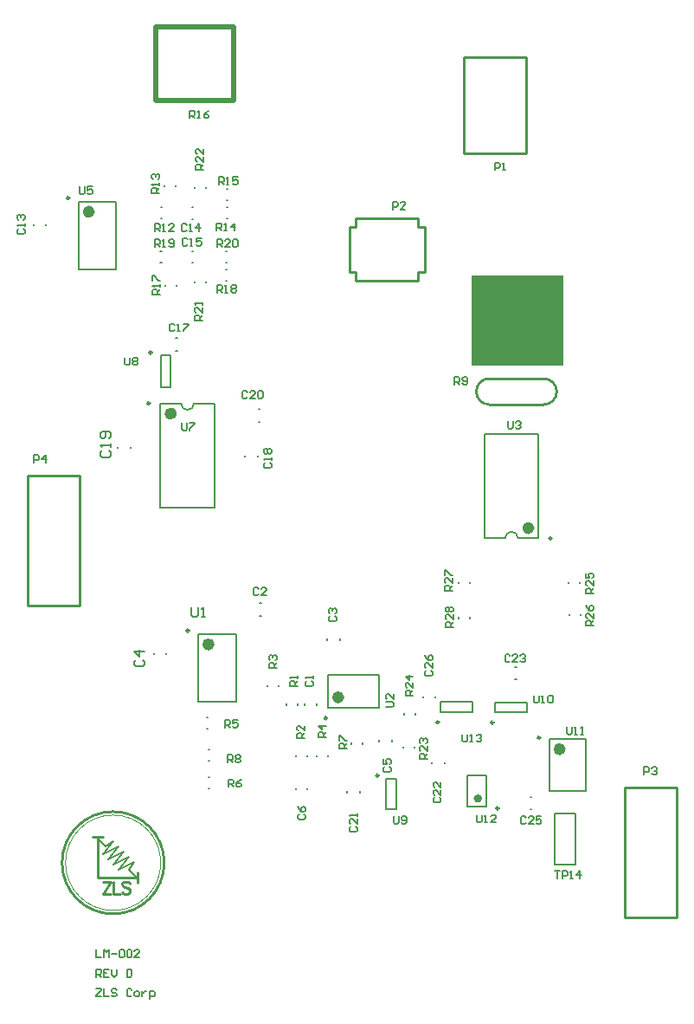
<source format=gbr>
G04 Layer_Color=65535*
%FSLAX26Y26*%
%MOIN*%
%TF.FileFunction,Legend,Top*%
%TF.Part,Single*%
G01*
G75*
%TA.AperFunction,NonConductor*%
%ADD48C,0.009842*%
%ADD49C,0.023622*%
%ADD50C,0.007874*%
%ADD51C,0.005000*%
%ADD52C,0.005905*%
%ADD74C,0.010000*%
%ADD75C,0.015748*%
%ADD76C,0.003937*%
%ADD77C,0.020000*%
%ADD78R,0.355000X0.350000*%
D48*
X1252827Y1167220D02*
G03*
X1252827Y1167220I-4921J0D01*
G01*
X721842Y1503811D02*
G03*
X721842Y1503811I-4921J0D01*
G01*
X1452496Y946260D02*
G03*
X1452496Y946260I-4921J0D01*
G01*
X2119055Y1858386D02*
G03*
X2119055Y1858386I-4921J0D01*
G01*
X260866Y3168268D02*
G03*
X260866Y3168268I-4921J0D01*
G01*
X1894859Y1149932D02*
G03*
X1894859Y1149932I-4921J0D01*
G01*
X1684688Y1151496D02*
G03*
X1684688Y1151496I-4921J0D01*
G01*
X2074544Y1091929D02*
G03*
X2074544Y1091929I-4921J0D01*
G01*
X1915213Y820197D02*
G03*
X1915213Y820197I-4921J0D01*
G01*
X578961Y2573961D02*
G03*
X578961Y2573961I-4921J0D01*
G01*
X571032Y2378291D02*
G03*
X571032Y2378291I-4921J0D01*
G01*
D49*
X1308142Y1246945D02*
G03*
X1308142Y1246945I-11811J0D01*
G01*
X808457Y1450661D02*
G03*
X808457Y1450661I-11811J0D01*
G01*
X2040905Y1898150D02*
G03*
X2040905Y1898150I-11811J0D01*
G01*
X347480Y3115118D02*
G03*
X347480Y3115118I-11811J0D01*
G01*
X2161158Y1047638D02*
G03*
X2161158Y1047638I-11811J0D01*
G01*
X662961Y2338528D02*
G03*
X662961Y2338528I-11811J0D01*
G01*
D50*
X1989134Y1858780D02*
G03*
X1939134Y1858780I-25000J0D01*
G01*
X691110Y2377898D02*
G03*
X741110Y2377898I25000J0D01*
G01*
X1622780Y1246599D02*
Y1250536D01*
X1671992Y1246599D02*
Y1250536D01*
X2038032Y864606D02*
X2041969D01*
X2038032Y815394D02*
X2041969D01*
X1978394Y1315504D02*
X1982331D01*
X1978394Y1364716D02*
X1982331D01*
X1657504Y993937D02*
Y997874D01*
X1706716Y993937D02*
Y997874D01*
X1330504Y881142D02*
Y885079D01*
X1379716Y881142D02*
Y885079D01*
X497717Y2205142D02*
Y2209079D01*
X448504Y2205142D02*
Y2209079D01*
X987717Y2173142D02*
Y2177079D01*
X938504Y2173142D02*
Y2177079D01*
X672142Y2630717D02*
X676079D01*
X672142Y2581504D02*
X676079D01*
X122504Y3063937D02*
Y3067874D01*
X171716Y3063937D02*
Y3067874D01*
X1504606Y1078031D02*
Y1081968D01*
X1455394Y1078031D02*
Y1081968D01*
X1255394Y1468032D02*
Y1471969D01*
X1304606Y1468032D02*
Y1471969D01*
X995142Y1609717D02*
X999079D01*
X995142Y1560504D02*
X999079D01*
X1453811Y1207575D02*
Y1333559D01*
X1256961Y1207575D02*
Y1333559D01*
X1453811D01*
X1256961Y1207575D02*
X1453811D01*
X1592764Y1181142D02*
Y1185079D01*
X1549457Y1181142D02*
Y1185079D01*
X1761457Y1551142D02*
Y1555079D01*
X1804764Y1551142D02*
Y1555079D01*
X2186457Y1563142D02*
Y1567079D01*
X2229764Y1563142D02*
Y1567079D01*
X2183457Y1685142D02*
Y1689079D01*
X2226764Y1685142D02*
Y1689079D01*
X1761457Y1685142D02*
Y1689079D01*
X1804764Y1685142D02*
Y1689079D01*
X1592016Y1053676D02*
Y1057613D01*
X1548709Y1053676D02*
Y1057613D01*
X757276Y1230190D02*
Y1490032D01*
X902944Y1230190D02*
Y1490032D01*
X757276D02*
X902944D01*
X757276Y1230190D02*
X902944D01*
X585504Y1413142D02*
Y1417078D01*
X634716Y1413142D02*
Y1417078D01*
X1482024Y934448D02*
X1521394D01*
X1482024Y816338D02*
X1521394D01*
X1482024D02*
Y934448D01*
X1521394Y816338D02*
Y934448D01*
X733142Y3132747D02*
X737078D01*
X733142Y3087473D02*
X737078D01*
X734142Y2963747D02*
X738078D01*
X734142Y2918473D02*
X738078D01*
X1859804Y2260354D02*
X2068464D01*
X1859804Y1858780D02*
X1939134D01*
X1989134D02*
X2068464D01*
X1859804D02*
Y2260354D01*
X2068464Y1858780D02*
Y2260354D01*
X296300Y2894646D02*
Y3154488D01*
X441968Y2894646D02*
Y3154488D01*
X296300D02*
X441968D01*
X296300Y2894646D02*
X441968D01*
X1900764Y1188318D02*
Y1227688D01*
X2022812Y1188318D02*
Y1227688D01*
X1900764Y1188318D02*
X2022812D01*
X1900764Y1227688D02*
X2022812D01*
X1690594Y1189882D02*
Y1229252D01*
X1812640Y1189882D02*
Y1229252D01*
X1690594Y1189882D02*
X1812640D01*
X1690594Y1229252D02*
X1812640D01*
X2109976Y886220D02*
Y1087008D01*
X2251708Y886220D02*
Y1087008D01*
X2109976D02*
X2251708D01*
X2109976Y886220D02*
X2251708D01*
X1866000Y826102D02*
Y946182D01*
X1795134Y826102D02*
Y946182D01*
Y826102D02*
X1866000D01*
X1795134Y946182D02*
X1866000D01*
X612426Y2563134D02*
X651796D01*
X612426Y2441086D02*
X651796D01*
X612426D02*
Y2563134D01*
X651796Y2441086D02*
Y2563134D01*
X626457Y3214142D02*
Y3218079D01*
X669764Y3214142D02*
Y3218079D01*
X867142Y3131764D02*
X871079D01*
X867142Y3088457D02*
X871079D01*
X866142Y3202764D02*
X870079D01*
X866142Y3159457D02*
X870079D01*
X629457Y2830142D02*
Y2834079D01*
X672764Y2830142D02*
Y2834079D01*
X864142Y2892764D02*
X868079D01*
X864142Y2849457D02*
X868079D01*
X612142Y2919441D02*
X616079D01*
X612142Y2962748D02*
X616079D01*
X864142Y2962748D02*
X868079D01*
X864142Y2919441D02*
X868079D01*
X785764Y2842142D02*
Y2846079D01*
X742457Y2842142D02*
Y2846079D01*
X744457Y3206142D02*
Y3210079D01*
X787764Y3206142D02*
Y3210079D01*
X613142Y3131764D02*
X617079D01*
X613142Y3088457D02*
X617079D01*
X1141653Y1218032D02*
Y1221969D01*
X1098346Y1218032D02*
Y1221969D01*
X1176764Y1019142D02*
Y1023079D01*
X1133457Y1019142D02*
Y1023079D01*
X1065508Y1289506D02*
Y1293443D01*
X1022201Y1289506D02*
Y1293443D01*
X1258764Y1019142D02*
Y1023079D01*
X1215457Y1019142D02*
Y1023079D01*
X791142Y1126457D02*
X795079D01*
X791142Y1169764D02*
X795079D01*
X798142Y895457D02*
X802079D01*
X798142Y938764D02*
X802079D01*
X1391653Y1068032D02*
Y1071969D01*
X1348346Y1068032D02*
Y1071969D01*
X611779Y1976323D02*
X820441D01*
X741110Y2377898D02*
X820441D01*
X611779D02*
X691110D01*
X820441Y1976323D02*
Y2377898D01*
X611779Y1976323D02*
Y2377898D01*
X1167362Y1218031D02*
Y1221968D01*
X1212638Y1218031D02*
Y1221968D01*
X1178748Y894142D02*
Y898079D01*
X1133472Y894142D02*
Y898079D01*
X989142Y2306504D02*
X993079D01*
X989142Y2355717D02*
X993079D01*
X798142Y1002457D02*
X802079D01*
X798142Y1045764D02*
X802079D01*
X730110Y1594468D02*
Y1561670D01*
X736670Y1555110D01*
X749789D01*
X756348Y1561670D01*
Y1594468D01*
X769468Y1555110D02*
X782587D01*
X776027D01*
Y1594468D01*
X769468Y1587908D01*
X387202Y2196238D02*
X380643Y2189679D01*
Y2176560D01*
X387202Y2170000D01*
X413440D01*
X420000Y2176560D01*
Y2189679D01*
X413440Y2196238D01*
X420000Y2209357D02*
Y2222477D01*
Y2215917D01*
X380643D01*
X387202Y2209357D01*
X413440Y2242155D02*
X420000Y2248715D01*
Y2261834D01*
X413440Y2268393D01*
X387202D01*
X380643Y2261834D01*
Y2248715D01*
X387202Y2242155D01*
X393762D01*
X400321Y2248715D01*
Y2268393D01*
X517312Y1391348D02*
X510753Y1384789D01*
Y1371670D01*
X517312Y1365110D01*
X543551D01*
X550110Y1371670D01*
Y1384789D01*
X543551Y1391348D01*
X550110Y1424146D02*
X510753D01*
X530432Y1404468D01*
Y1430706D01*
D51*
X2130630Y801339D02*
X2209371D01*
Y604488D02*
Y801339D01*
X2130630Y604488D02*
X2209371D01*
X2130630D02*
X2130630Y801339D01*
X449622Y583330D02*
X489622Y633330D01*
X389622Y643330D02*
X449622Y673330D01*
X389622Y643330D02*
X429622Y693330D01*
X449622Y583330D02*
X509622Y613330D01*
X369622Y703330D02*
X399622Y673330D01*
X429622Y603330D02*
X489622Y633330D01*
X409622Y623330D02*
X469622Y653330D01*
X429622Y603330D02*
X469622Y653330D01*
X409622Y623330D02*
X449622Y673330D01*
X489622Y583330D02*
X509622Y613330D01*
X489622Y583330D02*
X519622Y553330D01*
X399622Y673330D02*
X429622Y693330D01*
D52*
X2130000Y579518D02*
X2149679D01*
X2139839D01*
Y550000D01*
X2159518D02*
Y579518D01*
X2174277D01*
X2179197Y574598D01*
Y564759D01*
X2174277Y559839D01*
X2159518D01*
X2189036Y550000D02*
X2198876D01*
X2193956D01*
Y579518D01*
X2189036Y574598D01*
X2228394Y550000D02*
Y579518D01*
X2213635Y564759D01*
X2233313D01*
X1265402Y1559679D02*
X1260482Y1554759D01*
Y1544920D01*
X1265402Y1540000D01*
X1285080D01*
X1290000Y1544920D01*
Y1554759D01*
X1285080Y1559679D01*
X1265402Y1569518D02*
X1260482Y1574438D01*
Y1584277D01*
X1265402Y1589197D01*
X1270321D01*
X1275241Y1584277D01*
Y1579358D01*
Y1584277D01*
X1280161Y1589197D01*
X1285080D01*
X1290000Y1584277D01*
Y1574438D01*
X1285080Y1569518D01*
X1739110Y1516110D02*
X1709592D01*
Y1530869D01*
X1714512Y1535789D01*
X1724351D01*
X1729271Y1530869D01*
Y1516110D01*
Y1525950D02*
X1739110Y1535789D01*
Y1565307D02*
Y1545628D01*
X1719431Y1565307D01*
X1714512D01*
X1709592Y1560387D01*
Y1550548D01*
X1714512Y1545628D01*
Y1575146D02*
X1709592Y1580066D01*
Y1589905D01*
X1714512Y1594825D01*
X1719431D01*
X1724351Y1589905D01*
X1729271Y1594825D01*
X1734190D01*
X1739110Y1589905D01*
Y1580066D01*
X1734190Y1575146D01*
X1729271D01*
X1724351Y1580066D01*
X1719431Y1575146D01*
X1714512D01*
X1724351Y1580066D02*
Y1589905D01*
X1736110Y1657110D02*
X1706592D01*
Y1671869D01*
X1711512Y1676789D01*
X1721351D01*
X1726271Y1671869D01*
Y1657110D01*
Y1666950D02*
X1736110Y1676789D01*
Y1706307D02*
Y1686628D01*
X1716431Y1706307D01*
X1711512D01*
X1706592Y1701387D01*
Y1691548D01*
X1711512Y1686628D01*
X1706592Y1716146D02*
Y1735825D01*
X1711512D01*
X1731190Y1716146D01*
X1736110D01*
X2280110Y1522110D02*
X2250592D01*
Y1536869D01*
X2255512Y1541789D01*
X2265351D01*
X2270271Y1536869D01*
Y1522110D01*
Y1531950D02*
X2280110Y1541789D01*
Y1571307D02*
Y1551628D01*
X2260432Y1571307D01*
X2255512D01*
X2250592Y1566387D01*
Y1556548D01*
X2255512Y1551628D01*
X2250592Y1600825D02*
X2255512Y1590986D01*
X2265351Y1581146D01*
X2275191D01*
X2280110Y1586066D01*
Y1595905D01*
X2275191Y1600825D01*
X2270271D01*
X2265351Y1595905D01*
Y1581146D01*
X2280110Y1646110D02*
X2250592D01*
Y1660869D01*
X2255512Y1665789D01*
X2265351D01*
X2270271Y1660869D01*
Y1646110D01*
Y1655950D02*
X2280110Y1665789D01*
Y1695307D02*
Y1675628D01*
X2260432Y1695307D01*
X2255512D01*
X2250592Y1690387D01*
Y1680548D01*
X2255512Y1675628D01*
X2250592Y1724825D02*
Y1705146D01*
X2265351D01*
X2260432Y1714986D01*
Y1719905D01*
X2265351Y1724825D01*
X2275191D01*
X2280110Y1719905D01*
Y1710066D01*
X2275191Y1705146D01*
X1585110Y1254110D02*
X1555592D01*
Y1268869D01*
X1560512Y1273789D01*
X1570351D01*
X1575271Y1268869D01*
Y1254110D01*
Y1263950D02*
X1585110Y1273789D01*
Y1303307D02*
Y1283628D01*
X1565431Y1303307D01*
X1560512D01*
X1555592Y1298387D01*
Y1288548D01*
X1560512Y1283628D01*
X1585110Y1327905D02*
X1555592D01*
X1570351Y1313146D01*
Y1332825D01*
X1330000Y1050000D02*
X1300482D01*
Y1064759D01*
X1305402Y1069679D01*
X1315241D01*
X1320161Y1064759D01*
Y1050000D01*
Y1059839D02*
X1330000Y1069679D01*
X1300482Y1079518D02*
Y1099197D01*
X1305402D01*
X1325080Y1079518D01*
X1330000D01*
X873110Y902110D02*
Y931628D01*
X887869D01*
X892789Y926709D01*
Y916869D01*
X887869Y911950D01*
X873110D01*
X882950D02*
X892789Y902110D01*
X922307Y931628D02*
X912468Y926709D01*
X902628Y916869D01*
Y907030D01*
X907548Y902110D01*
X917387D01*
X922307Y907030D01*
Y911950D01*
X917387Y916869D01*
X902628D01*
X1640000Y1010000D02*
X1610482D01*
Y1024759D01*
X1615402Y1029679D01*
X1625241D01*
X1630161Y1024759D01*
Y1010000D01*
Y1019839D02*
X1640000Y1029679D01*
Y1059197D02*
Y1039518D01*
X1620321Y1059197D01*
X1615402D01*
X1610482Y1054277D01*
Y1044438D01*
X1615402Y1039518D01*
Y1069036D02*
X1610482Y1073956D01*
Y1083795D01*
X1615402Y1088715D01*
X1620321D01*
X1625241Y1083795D01*
Y1078876D01*
Y1083795D01*
X1630161Y1088715D01*
X1635080D01*
X1640000Y1083795D01*
Y1073956D01*
X1635080Y1069036D01*
X1510362Y789628D02*
Y765030D01*
X1515282Y760110D01*
X1525121D01*
X1530041Y765030D01*
Y789628D01*
X1539880Y765030D02*
X1544800Y760110D01*
X1554639D01*
X1559559Y765030D01*
Y784709D01*
X1554639Y789628D01*
X1544800D01*
X1539880Y784709D01*
Y779789D01*
X1544800Y774869D01*
X1559559D01*
X2019679Y784598D02*
X2014759Y789518D01*
X2004920D01*
X2000000Y784598D01*
Y764920D01*
X2004920Y760000D01*
X2014759D01*
X2019679Y764920D01*
X2049197Y760000D02*
X2029518D01*
X2049197Y779679D01*
Y784598D01*
X2044277Y789518D01*
X2034438D01*
X2029518Y784598D01*
X2078715Y789518D02*
X2059036D01*
Y774759D01*
X2068876Y779679D01*
X2073795D01*
X2078715Y774759D01*
Y764920D01*
X2073795Y760000D01*
X2063956D01*
X2059036Y764920D01*
X1345402Y749679D02*
X1340482Y744759D01*
Y734920D01*
X1345402Y730000D01*
X1365080D01*
X1370000Y734920D01*
Y744759D01*
X1365080Y749679D01*
X1370000Y779197D02*
Y759518D01*
X1350321Y779197D01*
X1345402D01*
X1340482Y774277D01*
Y764438D01*
X1345402Y759518D01*
X1370000Y789036D02*
Y798876D01*
Y793956D01*
X1340482D01*
X1345402Y789036D01*
X1175402Y1309679D02*
X1170482Y1304759D01*
Y1294920D01*
X1175402Y1290000D01*
X1195080D01*
X1200000Y1294920D01*
Y1304759D01*
X1195080Y1309679D01*
X1200000Y1319518D02*
Y1329358D01*
Y1324438D01*
X1170482D01*
X1175402Y1319518D01*
X989679Y1664598D02*
X984759Y1669518D01*
X974920D01*
X970000Y1664598D01*
Y1644920D01*
X974920Y1640000D01*
X984759D01*
X989679Y1644920D01*
X1019197Y1640000D02*
X999518D01*
X1019197Y1659679D01*
Y1664598D01*
X1014277Y1669518D01*
X1004438D01*
X999518Y1664598D01*
X1475402Y979679D02*
X1470482Y974759D01*
Y964920D01*
X1475402Y960000D01*
X1495080D01*
X1500000Y964920D01*
Y974759D01*
X1495080Y979679D01*
X1470482Y1009197D02*
Y989518D01*
X1485241D01*
X1480321Y999357D01*
Y1004277D01*
X1485241Y1009197D01*
X1495080D01*
X1500000Y1004277D01*
Y994438D01*
X1495080Y989518D01*
X1145512Y796789D02*
X1140592Y791869D01*
Y782030D01*
X1145512Y777110D01*
X1165190D01*
X1170110Y782030D01*
Y791869D01*
X1165190Y796789D01*
X1140592Y826307D02*
X1145512Y816468D01*
X1155351Y806628D01*
X1165190D01*
X1170110Y811548D01*
Y821387D01*
X1165190Y826307D01*
X1160271D01*
X1155351Y821387D01*
Y806628D01*
X712789Y3063709D02*
X707869Y3068628D01*
X698030D01*
X693110Y3063709D01*
Y3044030D01*
X698030Y3039110D01*
X707869D01*
X712789Y3044030D01*
X722628Y3039110D02*
X732468D01*
X727548D01*
Y3068628D01*
X722628Y3063709D01*
X761986Y3039110D02*
Y3068628D01*
X747227Y3053869D01*
X766905D01*
X715789Y3008709D02*
X710869Y3013628D01*
X701030D01*
X696110Y3008709D01*
Y2989030D01*
X701030Y2984110D01*
X710869D01*
X715789Y2989030D01*
X725628Y2984110D02*
X735468D01*
X730548D01*
Y3013628D01*
X725628Y3008709D01*
X769905Y3013628D02*
X750227D01*
Y2998869D01*
X760066Y3003789D01*
X764986D01*
X769905Y2998869D01*
Y2989030D01*
X764986Y2984110D01*
X755146D01*
X750227Y2989030D01*
X65402Y3049679D02*
X60482Y3044759D01*
Y3034920D01*
X65402Y3030000D01*
X85080D01*
X90000Y3034920D01*
Y3044759D01*
X85080Y3049679D01*
X90000Y3059518D02*
Y3069358D01*
Y3064438D01*
X60482D01*
X65402Y3059518D01*
Y3084117D02*
X60482Y3089036D01*
Y3098876D01*
X65402Y3103795D01*
X70321D01*
X75241Y3098876D01*
Y3093956D01*
Y3098876D01*
X80161Y3103795D01*
X85080D01*
X90000Y3098876D01*
Y3089036D01*
X85080Y3084117D01*
X666789Y2679709D02*
X661869Y2684628D01*
X652030D01*
X647110Y2679709D01*
Y2660030D01*
X652030Y2655110D01*
X661869D01*
X666789Y2660030D01*
X676628Y2655110D02*
X686468D01*
X681548D01*
Y2684628D01*
X676628Y2679709D01*
X701227Y2684628D02*
X720905D01*
Y2679709D01*
X701227Y2660030D01*
Y2655110D01*
X1667401Y861758D02*
X1662482Y856838D01*
Y846999D01*
X1667401Y842080D01*
X1687080D01*
X1692000Y846999D01*
Y856838D01*
X1687080Y861758D01*
X1692000Y891276D02*
Y871598D01*
X1672321Y891276D01*
X1667401D01*
X1662482Y886357D01*
Y876517D01*
X1667401Y871598D01*
X1692000Y920794D02*
Y901116D01*
X1672321Y920794D01*
X1667401D01*
X1662482Y915875D01*
Y906035D01*
X1667401Y901116D01*
X1958789Y1407709D02*
X1953869Y1412628D01*
X1944030D01*
X1939110Y1407709D01*
Y1388030D01*
X1944030Y1383110D01*
X1953869D01*
X1958789Y1388030D01*
X1988307Y1383110D02*
X1968628D01*
X1988307Y1402789D01*
Y1407709D01*
X1983387Y1412628D01*
X1973548D01*
X1968628Y1407709D01*
X1998146D02*
X2003066Y1412628D01*
X2012905D01*
X2017825Y1407709D01*
Y1402789D01*
X2012905Y1397869D01*
X2007986D01*
X2012905D01*
X2017825Y1392950D01*
Y1388030D01*
X2012905Y1383110D01*
X2003066D01*
X1998146Y1388030D01*
X1900000Y3275000D02*
Y3304518D01*
X1914759D01*
X1919679Y3299598D01*
Y3289759D01*
X1914759Y3284839D01*
X1900000D01*
X1929518Y3275000D02*
X1939358D01*
X1934438D01*
Y3304518D01*
X1929518Y3299598D01*
X1506110Y3124110D02*
Y3153628D01*
X1520869D01*
X1525789Y3148709D01*
Y3138869D01*
X1520869Y3133950D01*
X1506110D01*
X1555307Y3124110D02*
X1535628D01*
X1555307Y3143789D01*
Y3148709D01*
X1550387Y3153628D01*
X1540548D01*
X1535628Y3148709D01*
X1140000Y1290000D02*
X1110482D01*
Y1304759D01*
X1115402Y1309679D01*
X1125241D01*
X1130161Y1304759D01*
Y1290000D01*
Y1299839D02*
X1140000Y1309679D01*
Y1319518D02*
Y1329358D01*
Y1324438D01*
X1110482D01*
X1115402Y1319518D01*
X1168110Y1089110D02*
X1138592D01*
Y1103869D01*
X1143512Y1108789D01*
X1153351D01*
X1158271Y1103869D01*
Y1089110D01*
Y1098950D02*
X1168110Y1108789D01*
Y1138307D02*
Y1118628D01*
X1148431Y1138307D01*
X1143512D01*
X1138592Y1133387D01*
Y1123548D01*
X1143512Y1118628D01*
X1060000Y1360000D02*
X1030482D01*
Y1374759D01*
X1035402Y1379679D01*
X1045241D01*
X1050161Y1374759D01*
Y1360000D01*
Y1369839D02*
X1060000Y1379679D01*
X1035402Y1389518D02*
X1030482Y1394438D01*
Y1404277D01*
X1035402Y1409197D01*
X1040321D01*
X1045241Y1404277D01*
Y1399358D01*
Y1404277D01*
X1050161Y1409197D01*
X1055080D01*
X1060000Y1404277D01*
Y1394438D01*
X1055080Y1389518D01*
X1249229Y1092315D02*
X1219711D01*
Y1107074D01*
X1224631Y1111994D01*
X1234470D01*
X1239390Y1107074D01*
Y1092315D01*
Y1102154D02*
X1249229Y1111994D01*
Y1136592D02*
X1219711D01*
X1234470Y1121833D01*
Y1141512D01*
X860110Y1131110D02*
Y1160628D01*
X874869D01*
X879789Y1155709D01*
Y1145869D01*
X874869Y1140950D01*
X860110D01*
X869950D02*
X879789Y1131110D01*
X909307Y1160628D02*
X889628D01*
Y1145869D01*
X899468Y1150789D01*
X904387D01*
X909307Y1145869D01*
Y1136030D01*
X904387Y1131110D01*
X894548D01*
X889628Y1136030D01*
X1745110Y2450110D02*
Y2479628D01*
X1759869D01*
X1764789Y2474709D01*
Y2464869D01*
X1759869Y2459950D01*
X1745110D01*
X1754950D02*
X1764789Y2450110D01*
X1774628Y2455030D02*
X1779548Y2450110D01*
X1789387D01*
X1794307Y2455030D01*
Y2474709D01*
X1789387Y2479628D01*
X1779548D01*
X1774628Y2474709D01*
Y2469789D01*
X1779548Y2464869D01*
X1794307D01*
X590000Y3040000D02*
Y3069518D01*
X604759D01*
X609679Y3064598D01*
Y3054759D01*
X604759Y3049839D01*
X590000D01*
X599839D02*
X609679Y3040000D01*
X619518D02*
X629357D01*
X624438D01*
Y3069518D01*
X619518Y3064598D01*
X663795Y3040000D02*
X644116D01*
X663795Y3059679D01*
Y3064598D01*
X658875Y3069518D01*
X649036D01*
X644116Y3064598D01*
X607110Y3187110D02*
X577592D01*
Y3201869D01*
X582512Y3206789D01*
X592351D01*
X597271Y3201869D01*
Y3187110D01*
Y3196950D02*
X607110Y3206789D01*
Y3216628D02*
Y3226468D01*
Y3221548D01*
X577592D01*
X582512Y3216628D01*
Y3241227D02*
X577592Y3246146D01*
Y3255986D01*
X582512Y3260905D01*
X587432D01*
X592351Y3255986D01*
Y3251066D01*
Y3255986D01*
X597271Y3260905D01*
X602191D01*
X607110Y3255986D01*
Y3246146D01*
X602191Y3241227D01*
X828110Y3042110D02*
Y3071628D01*
X842869D01*
X847789Y3066709D01*
Y3056869D01*
X842869Y3051950D01*
X828110D01*
X837950D02*
X847789Y3042110D01*
X857628D02*
X867468D01*
X862548D01*
Y3071628D01*
X857628Y3066709D01*
X896986Y3042110D02*
Y3071628D01*
X882227Y3056869D01*
X901905D01*
X836110Y3219110D02*
Y3248628D01*
X850869D01*
X855789Y3243709D01*
Y3233869D01*
X850869Y3228950D01*
X836110D01*
X845950D02*
X855789Y3219110D01*
X865628D02*
X875468D01*
X870548D01*
Y3248628D01*
X865628Y3243709D01*
X909905Y3248628D02*
X890227D01*
Y3233869D01*
X900066Y3238789D01*
X904986D01*
X909905Y3233869D01*
Y3224030D01*
X904986Y3219110D01*
X895146D01*
X890227Y3224030D01*
X725000Y3475000D02*
Y3504518D01*
X739759D01*
X744679Y3499598D01*
Y3489759D01*
X739759Y3484839D01*
X725000D01*
X734839D02*
X744679Y3475000D01*
X754518D02*
X764357D01*
X759438D01*
Y3504518D01*
X754518Y3499598D01*
X798795Y3504518D02*
X788956Y3499598D01*
X779116Y3489759D01*
Y3479920D01*
X784036Y3475000D01*
X793875D01*
X798795Y3479920D01*
Y3484839D01*
X793875Y3489759D01*
X779116D01*
X610110Y2797110D02*
X580592D01*
Y2811869D01*
X585512Y2816789D01*
X595351D01*
X600271Y2811869D01*
Y2797110D01*
Y2806950D02*
X610110Y2816789D01*
Y2826628D02*
Y2836468D01*
Y2831548D01*
X580592D01*
X585512Y2826628D01*
X580592Y2851227D02*
Y2870905D01*
X585512D01*
X605191Y2851227D01*
X610110D01*
X830110Y2804110D02*
Y2833628D01*
X844869D01*
X849789Y2828709D01*
Y2818869D01*
X844869Y2813950D01*
X830110D01*
X839950D02*
X849789Y2804110D01*
X859628D02*
X869468D01*
X864548D01*
Y2833628D01*
X859628Y2828709D01*
X884227D02*
X889146Y2833628D01*
X898986D01*
X903905Y2828709D01*
Y2823789D01*
X898986Y2818869D01*
X903905Y2813950D01*
Y2809030D01*
X898986Y2804110D01*
X889146D01*
X884227Y2809030D01*
Y2813950D01*
X889146Y2818869D01*
X884227Y2823789D01*
Y2828709D01*
X889146Y2818869D02*
X898986D01*
X590000Y2980000D02*
Y3009518D01*
X604759D01*
X609679Y3004598D01*
Y2994759D01*
X604759Y2989839D01*
X590000D01*
X599839D02*
X609679Y2980000D01*
X619518D02*
X629357D01*
X624438D01*
Y3009518D01*
X619518Y3004598D01*
X644116Y2984920D02*
X649036Y2980000D01*
X658875D01*
X663795Y2984920D01*
Y3004598D01*
X658875Y3009518D01*
X649036D01*
X644116Y3004598D01*
Y2999679D01*
X649036Y2994759D01*
X663795D01*
X830110Y2979110D02*
Y3008628D01*
X844869D01*
X849789Y3003709D01*
Y2993869D01*
X844869Y2988950D01*
X830110D01*
X839950D02*
X849789Y2979110D01*
X879307D02*
X859628D01*
X879307Y2998789D01*
Y3003709D01*
X874387Y3008628D01*
X864548D01*
X859628Y3003709D01*
X889146D02*
X894066Y3008628D01*
X903905D01*
X908825Y3003709D01*
Y2984030D01*
X903905Y2979110D01*
X894066D01*
X889146Y2984030D01*
Y3003709D01*
X773110Y2698110D02*
X743592D01*
Y2712869D01*
X748512Y2717789D01*
X758351D01*
X763271Y2712869D01*
Y2698110D01*
Y2707950D02*
X773110Y2717789D01*
Y2747307D02*
Y2727628D01*
X753432Y2747307D01*
X748512D01*
X743592Y2742387D01*
Y2732548D01*
X748512Y2727628D01*
X773110Y2757146D02*
Y2766986D01*
Y2762066D01*
X743592D01*
X748512Y2757146D01*
X778000Y3278000D02*
X748482D01*
Y3292759D01*
X753402Y3297679D01*
X763241D01*
X768161Y3292759D01*
Y3278000D01*
Y3287839D02*
X778000Y3297679D01*
Y3327197D02*
Y3307518D01*
X758321Y3327197D01*
X753402D01*
X748482Y3322277D01*
Y3312438D01*
X753402Y3307518D01*
X778000Y3356715D02*
Y3337036D01*
X758321Y3356715D01*
X753402D01*
X748482Y3351795D01*
Y3341956D01*
X753402Y3337036D01*
X1480482Y1210000D02*
X1505080D01*
X1510000Y1214920D01*
Y1224759D01*
X1505080Y1229679D01*
X1480482D01*
X1510000Y1259197D02*
Y1239518D01*
X1490321Y1259197D01*
X1485402D01*
X1480482Y1254277D01*
Y1244438D01*
X1485402Y1239518D01*
X1950110Y2309628D02*
Y2285030D01*
X1955030Y2280110D01*
X1964869D01*
X1969789Y2285030D01*
Y2309628D01*
X1979628Y2304709D02*
X1984548Y2309628D01*
X1994387D01*
X1999307Y2304709D01*
Y2299789D01*
X1994387Y2294869D01*
X1989468D01*
X1994387D01*
X1999307Y2289950D01*
Y2285030D01*
X1994387Y2280110D01*
X1984548D01*
X1979628Y2285030D01*
X300110Y3212628D02*
Y3188030D01*
X305030Y3183110D01*
X314869D01*
X319789Y3188030D01*
Y3212628D01*
X349307D02*
X329628D01*
Y3197869D01*
X339468Y3202789D01*
X344387D01*
X349307Y3197869D01*
Y3188030D01*
X344387Y3183110D01*
X334548D01*
X329628Y3188030D01*
X694110Y2303628D02*
Y2279030D01*
X699030Y2274110D01*
X708869D01*
X713789Y2279030D01*
Y2303628D01*
X723628D02*
X743307D01*
Y2298709D01*
X723628Y2279030D01*
Y2274110D01*
X1635402Y1349679D02*
X1630482Y1344759D01*
Y1334920D01*
X1635402Y1330000D01*
X1655080D01*
X1660000Y1334920D01*
Y1344759D01*
X1655080Y1349679D01*
X1660000Y1379197D02*
Y1359518D01*
X1640321Y1379197D01*
X1635402D01*
X1630482Y1374277D01*
Y1364438D01*
X1635402Y1359518D01*
X1630482Y1408715D02*
X1635402Y1398876D01*
X1645241Y1389036D01*
X1655080D01*
X1660000Y1393956D01*
Y1403795D01*
X1655080Y1408715D01*
X1650161D01*
X1645241Y1403795D01*
Y1389036D01*
X125000Y2150000D02*
Y2179518D01*
X139759D01*
X144679Y2174598D01*
Y2164759D01*
X139759Y2159839D01*
X125000D01*
X169277Y2150000D02*
Y2179518D01*
X154518Y2164759D01*
X174197D01*
X2050000Y1254518D02*
Y1229920D01*
X2054920Y1225000D01*
X2064759D01*
X2069679Y1229920D01*
Y1254518D01*
X2079518Y1225000D02*
X2089358D01*
X2084438D01*
Y1254518D01*
X2079518Y1249598D01*
X2104117D02*
X2109036Y1254518D01*
X2118876D01*
X2123795Y1249598D01*
Y1229920D01*
X2118876Y1225000D01*
X2109036D01*
X2104117Y1229920D01*
Y1249598D01*
X1775000Y1104518D02*
Y1079920D01*
X1779920Y1075000D01*
X1789759D01*
X1794679Y1079920D01*
Y1104518D01*
X1804518Y1075000D02*
X1814358D01*
X1809438D01*
Y1104518D01*
X1804518Y1099598D01*
X1829117D02*
X1834036Y1104518D01*
X1843876D01*
X1848795Y1099598D01*
Y1094679D01*
X1843876Y1089759D01*
X1838956D01*
X1843876D01*
X1848795Y1084839D01*
Y1079920D01*
X1843876Y1075000D01*
X1834036D01*
X1829117Y1079920D01*
X2475000Y950000D02*
Y979518D01*
X2489759D01*
X2494679Y974598D01*
Y964759D01*
X2489759Y959839D01*
X2475000D01*
X2504518Y974598D02*
X2509438Y979518D01*
X2519277D01*
X2524197Y974598D01*
Y969679D01*
X2519277Y964759D01*
X2514358D01*
X2519277D01*
X2524197Y959839D01*
Y954920D01*
X2519277Y950000D01*
X2509438D01*
X2504518Y954920D01*
X2177362Y1133628D02*
Y1109030D01*
X2182282Y1104110D01*
X2192121D01*
X2197041Y1109030D01*
Y1133628D01*
X2206881Y1104110D02*
X2216720D01*
X2211800D01*
Y1133628D01*
X2206881Y1128709D01*
X2231479Y1104110D02*
X2241318D01*
X2236399D01*
Y1133628D01*
X2231479Y1128709D01*
X1830362Y794628D02*
Y770030D01*
X1835282Y765110D01*
X1845121D01*
X1850041Y770030D01*
Y794628D01*
X1859880Y765110D02*
X1869720D01*
X1864800D01*
Y794628D01*
X1859880Y789709D01*
X1904158Y765110D02*
X1884479D01*
X1904158Y784789D01*
Y789709D01*
X1899238Y794628D01*
X1889399D01*
X1884479Y789709D01*
X475000Y2554518D02*
Y2529920D01*
X479920Y2525000D01*
X489759D01*
X494679Y2529920D01*
Y2554518D01*
X504518Y2549598D02*
X509438Y2554518D01*
X519277D01*
X524197Y2549598D01*
Y2544679D01*
X519277Y2539759D01*
X524197Y2534839D01*
Y2529920D01*
X519277Y2525000D01*
X509438D01*
X504518Y2529920D01*
Y2534839D01*
X509438Y2539759D01*
X504518Y2544679D01*
Y2549598D01*
X509438Y2539759D02*
X519277D01*
X946679Y2421598D02*
X941759Y2426518D01*
X931920D01*
X927000Y2421598D01*
Y2401920D01*
X931920Y2397000D01*
X941759D01*
X946679Y2401920D01*
X976197Y2397000D02*
X956518D01*
X976197Y2416679D01*
Y2421598D01*
X971277Y2426518D01*
X961438D01*
X956518Y2421598D01*
X986036D02*
X990956Y2426518D01*
X1000795D01*
X1005715Y2421598D01*
Y2401920D01*
X1000795Y2397000D01*
X990956D01*
X986036Y2401920D01*
Y2421598D01*
X1015402Y2149679D02*
X1010482Y2144759D01*
Y2134920D01*
X1015402Y2130000D01*
X1035080D01*
X1040000Y2134920D01*
Y2144759D01*
X1035080Y2149679D01*
X1040000Y2159518D02*
Y2169358D01*
Y2164438D01*
X1010482D01*
X1015402Y2159518D01*
Y2184117D02*
X1010482Y2189036D01*
Y2198876D01*
X1015402Y2203795D01*
X1020321D01*
X1025241Y2198876D01*
X1030161Y2203795D01*
X1035080D01*
X1040000Y2198876D01*
Y2189036D01*
X1035080Y2184117D01*
X1030161D01*
X1025241Y2189036D01*
X1020321Y2184117D01*
X1015402D01*
X1025241Y2189036D02*
Y2198876D01*
X871110Y996110D02*
Y1025628D01*
X885869D01*
X890789Y1020709D01*
Y1010869D01*
X885869Y1005950D01*
X871110D01*
X880950D02*
X890789Y996110D01*
X900628Y1020709D02*
X905548Y1025628D01*
X915387D01*
X920307Y1020709D01*
Y1015789D01*
X915387Y1010869D01*
X920307Y1005950D01*
Y1001030D01*
X915387Y996110D01*
X905548D01*
X900628Y1001030D01*
Y1005950D01*
X905548Y1010869D01*
X900628Y1015789D01*
Y1020709D01*
X905548Y1010869D02*
X915387D01*
X364102Y276140D02*
Y246622D01*
X383781D01*
X393620D02*
Y276140D01*
X403460Y266301D01*
X413299Y276140D01*
Y246622D01*
X423139Y261381D02*
X442817D01*
X452657Y271220D02*
X457576Y276140D01*
X467416D01*
X472335Y271220D01*
Y251542D01*
X467416Y246622D01*
X457576D01*
X452657Y251542D01*
Y271220D01*
X482175D02*
X487094Y276140D01*
X496934D01*
X501853Y271220D01*
Y251542D01*
X496934Y246622D01*
X487094D01*
X482175Y251542D01*
Y271220D01*
X531371Y246622D02*
X511693D01*
X531371Y266301D01*
Y271220D01*
X526452Y276140D01*
X516612D01*
X511693Y271220D01*
X364102Y171622D02*
Y201140D01*
X378861D01*
X383781Y196220D01*
Y186381D01*
X378861Y181461D01*
X364102D01*
X373942D02*
X383781Y171622D01*
X413299Y201140D02*
X393620D01*
Y171622D01*
X413299D01*
X393620Y186381D02*
X403460D01*
X423139Y201140D02*
Y181461D01*
X432978Y171622D01*
X442817Y181461D01*
Y201140D01*
X482175D02*
Y171622D01*
X496934D01*
X501853Y176542D01*
Y196220D01*
X496934Y201140D01*
X482175D01*
X364102Y126140D02*
X383781D01*
Y121220D01*
X364102Y101542D01*
Y96622D01*
X383781D01*
X393620Y126140D02*
Y96622D01*
X413299D01*
X442817Y121220D02*
X437897Y126140D01*
X428058D01*
X423139Y121220D01*
Y116301D01*
X428058Y111381D01*
X437897D01*
X442817Y106461D01*
Y101542D01*
X437897Y96622D01*
X428058D01*
X423139Y101542D01*
X501853Y121220D02*
X496934Y126140D01*
X487094D01*
X482175Y121220D01*
Y101542D01*
X487094Y96622D01*
X496934D01*
X501853Y101542D01*
X516612Y96622D02*
X526452D01*
X531371Y101542D01*
Y111381D01*
X526452Y116301D01*
X516612D01*
X511693Y111381D01*
Y101542D01*
X516612Y96622D01*
X541211Y116301D02*
Y96622D01*
Y106461D01*
X546131Y111381D01*
X551050Y116301D01*
X555970D01*
X570729Y86783D02*
Y116301D01*
X585488D01*
X590408Y111381D01*
Y101542D01*
X585488Y96622D01*
X570729D01*
D74*
X2088088Y2373260D02*
G03*
X2088088Y2473260I250J50000D01*
G01*
X1878589D02*
G03*
X1878589Y2373260I-250J-50000D01*
G01*
X626472Y610331D02*
G03*
X626472Y610331I-196850J0D01*
G01*
X300110Y1600110D02*
Y2100110D01*
X100110Y1600110D02*
X300110D01*
X100110D02*
Y2100110D01*
X300110D01*
X1782110Y3340110D02*
X2022110D01*
X1782110D02*
Y3710110D01*
X2022110D01*
Y3340110D02*
Y3710110D01*
X1878588Y2373260D02*
X2088088D01*
X1878588Y2473260D02*
X2088088D01*
X2600110Y400110D02*
Y900110D01*
X2400110Y400110D02*
X2600110D01*
X2400110D02*
Y900110D01*
X2600110D01*
X349622Y708330D02*
X389622D01*
X369622Y553330D02*
X519622D01*
X369622D02*
Y703330D01*
X524622Y533330D02*
Y573330D01*
X1605110Y2882612D02*
X1630110D01*
X1605110Y2850112D02*
Y2882612D01*
X1365110Y2850112D02*
X1605110D01*
X1365110D02*
Y2882612D01*
X1340110D02*
X1365110D01*
X1340110D02*
Y3057612D01*
X1365110D01*
Y3090112D01*
X1605110D01*
Y3057612D02*
Y3090112D01*
Y3057612D02*
X1630110D01*
Y2882612D02*
Y3057612D01*
X421111Y537565D02*
X389622Y490331D01*
Y537565D02*
X421111D01*
X389622Y490331D02*
X421111D01*
X431683Y537565D02*
Y490331D01*
X458673D01*
X495336Y530817D02*
X490838Y535315D01*
X484090Y537565D01*
X475093D01*
X468345Y535315D01*
X463847Y530817D01*
Y526318D01*
X466096Y521820D01*
X468345Y519571D01*
X472844Y517322D01*
X486339Y512823D01*
X490838Y510574D01*
X493087Y508325D01*
X495336Y503826D01*
Y497078D01*
X490838Y492580D01*
X484090Y490331D01*
X475093D01*
X468345Y492580D01*
X463847Y497078D01*
D75*
X1842378Y857598D02*
G03*
X1842378Y857598I-7874J0D01*
G01*
D76*
X613198Y610331D02*
G03*
X613198Y610331I-183576J0D01*
G01*
D77*
X594110Y3544110D02*
Y3826710D01*
Y3544110D02*
X894110D01*
X607910Y3826710D02*
X623510D01*
X683510D02*
X894110D01*
Y3619110D02*
Y3826710D01*
X594110D02*
X607910D01*
X623510D02*
X683510D01*
X894110Y3544110D02*
Y3619110D01*
D78*
X1987610Y2695110D02*
D03*
%TF.MD5,541cc613782eb5415aa4d99fdc95bc11*%
M02*

</source>
